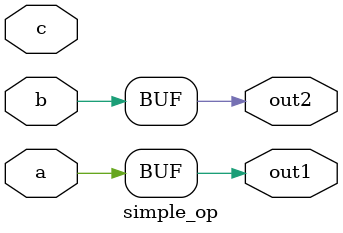
<source format=v>
module simple_op(a,b,c,out1,out2);
    input  a;
    input  b;
    input  c;
    output reg out1;
    output reg out2;

    always @(a or c) begin
        out1 <= a;
        out2 <= b;
    end
endmodule
</source>
